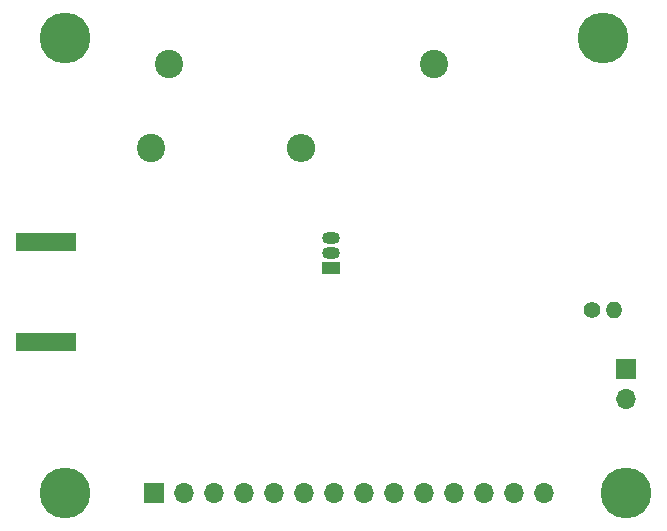
<source format=gbr>
%TF.GenerationSoftware,KiCad,Pcbnew,8.0.7*%
%TF.CreationDate,2025-10-24T17:03:05+02:00*%
%TF.ProjectId,Medidor_clk_PCB,4d656469-646f-4725-9f63-6c6b5f504342,rev?*%
%TF.SameCoordinates,Original*%
%TF.FileFunction,Soldermask,Bot*%
%TF.FilePolarity,Negative*%
%FSLAX46Y46*%
G04 Gerber Fmt 4.6, Leading zero omitted, Abs format (unit mm)*
G04 Created by KiCad (PCBNEW 8.0.7) date 2025-10-24 17:03:05*
%MOMM*%
%LPD*%
G01*
G04 APERTURE LIST*
%ADD10R,1.500000X1.050000*%
%ADD11O,1.500000X1.050000*%
%ADD12C,4.300000*%
%ADD13R,1.700000X1.700000*%
%ADD14O,1.700000X1.700000*%
%ADD15C,2.400000*%
%ADD16O,2.400000X2.400000*%
%ADD17R,5.080000X1.500000*%
%ADD18C,1.400000*%
%ADD19O,1.400000X1.400000*%
G04 APERTURE END LIST*
D10*
%TO.C,Q1*%
X146700000Y-98520000D03*
D11*
X146700000Y-97250000D03*
X146700000Y-95980000D03*
%TD*%
D12*
%TO.C,H3*%
X171700000Y-117550000D03*
%TD*%
D13*
%TO.C,J2*%
X171705000Y-107050000D03*
D14*
X171705000Y-109590000D03*
%TD*%
D13*
%TO.C,J3*%
X131700000Y-117550000D03*
D14*
X134240000Y-117550000D03*
X136780000Y-117550000D03*
X139320000Y-117550000D03*
X141860000Y-117550000D03*
X144400000Y-117550000D03*
X146940000Y-117550000D03*
X149480000Y-117550000D03*
X152020000Y-117550000D03*
X154560000Y-117550000D03*
X157100000Y-117550000D03*
X159640000Y-117550000D03*
X162180000Y-117550000D03*
X164720000Y-117550000D03*
%TD*%
D12*
%TO.C,H2*%
X169700000Y-79050000D03*
%TD*%
D15*
%TO.C,R1*%
X131500000Y-88350000D03*
D16*
X144200000Y-88350000D03*
%TD*%
D12*
%TO.C,H1*%
X124200000Y-79050000D03*
%TD*%
D17*
%TO.C,J1*%
X122562500Y-104800000D03*
X122562500Y-96300000D03*
%TD*%
D12*
%TO.C,H4*%
X124200000Y-117550000D03*
%TD*%
D15*
%TO.C,C1*%
X132950000Y-81200000D03*
X155450000Y-81200000D03*
%TD*%
D18*
%TO.C,TH1*%
X168800000Y-102050000D03*
D19*
X170700000Y-102050000D03*
%TD*%
M02*

</source>
